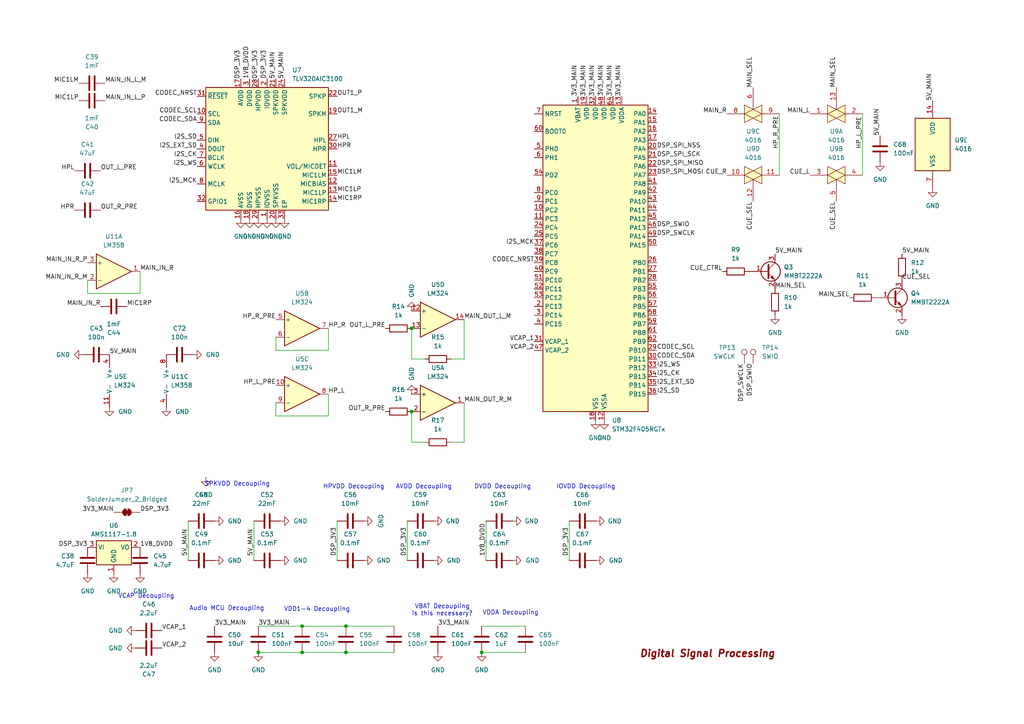
<source format=kicad_sch>
(kicad_sch (version 20231120) (generator "eeschema") (generator_version "8.0")
  (paper "A4")
  (lib_symbols
    (symbol "4xxx:4016" (pin_names (offset 1.016))
      (property "Reference" "U" (at -7.62 8.89 0))
      (property "Value" "4016" (at -7.62 -8.89 0))
      (symbol "4016_1_0"
        (pin passive line (at -7.62 0 0) (length 5.08) (name "~") (number "1"))
        (pin input line (at 0 7.62 270) (length 5.08) (name "~") (number "13"))
        (pin passive line (at 7.62 0 180) (length 5.08) (name "~") (number "2"))
      )
      (symbol "4016_2_0"
        (pin passive line (at 7.62 0 180) (length 5.08) (name "~") (number "3"))
        (pin passive line (at -7.62 0 0) (length 5.08) (name "~") (number "4"))
        (pin input line (at 0 7.62 270) (length 5.08) (name "~") (number "5"))
      )
      (symbol "4016_3_0"
        (pin input line (at 0 7.62 270) (length 5.08) (name "~") (number "6"))
        (pin passive line (at -7.62 0 0) (length 5.08) (name "~") (number "8"))
        (pin passive line (at 7.62 0 180) (length 5.08) (name "~") (number "9"))
      )
      (symbol "4016_4_0"
        (pin passive line (at 7.62 0 180) (length 5.08) (name "~") (number "10"))
        (pin passive line (at -7.62 0 0) (length 5.08) (name "~") (number "11"))
        (pin input line (at 0 7.62 270) (length 5.08) (name "~") (number "12"))
      )
      (symbol "4016_5_0"
        (pin power_in line (at 0 12.7 270) (length 5.08) (name "VDD") (number "14"))
        (pin power_in line (at 0 -12.7 90) (length 5.08) (name "VSS") (number "7"))
      )
    )
    (symbol "Amplifier_Operational:LM324" (pin_names (offset 0.127))
      (property "Reference" "U" (at 0 5.08 0))
      (property "Value" "LM324" (at 0 -5.08 0))
      (symbol "LM324_1_1"
        (pin output line (at 7.62 0 180) (length 2.54) (name "~") (number "1"))
        (pin input line (at -7.62 -2.54 0) (length 2.54) (name "-") (number "2"))
        (pin input line (at -7.62 2.54 0) (length 2.54) (name "+") (number "3"))
      )
      (symbol "LM324_2_1"
        (pin input line (at -7.62 2.54 0) (length 2.54) (name "+") (number "5"))
        (pin input line (at -7.62 -2.54 0) (length 2.54) (name "-") (number "6"))
        (pin output line (at 7.62 0 180) (length 2.54) (name "~") (number "7"))
      )
      (symbol "LM324_3_1"
        (pin input line (at -7.62 2.54 0) (length 2.54) (name "+") (number "10"))
        (pin output line (at 7.62 0 180) (length 2.54) (name "~") (number "8"))
        (pin input line (at -7.62 -2.54 0) (length 2.54) (name "-") (number "9"))
      )
      (symbol "LM324_4_1"
        (pin input line (at -7.62 2.54 0) (length 2.54) (name "+") (number "12"))
        (pin input line (at -7.62 -2.54 0) (length 2.54) (name "-") (number "13"))
        (pin output line (at 7.62 0 180) (length 2.54) (name "~") (number "14"))
      )
      (symbol "LM324_5_1"
        (pin power_in line (at -2.54 -7.62 90) (length 3.81) (name "V-") (number "11"))
        (pin power_in line (at -2.54 7.62 270) (length 3.81) (name "V+") (number "4"))
      )
    )
    (symbol "Amplifier_Operational:LM358" (pin_names (offset 0.127))
      (property "Reference" "U" (at 0 5.08 0))
      (property "Value" "LM358" (at 0 -5.08 0))
      (symbol "LM358_1_1"
        (pin output line (at 7.62 0 180) (length 2.54) (name "~") (number "1"))
        (pin input line (at -7.62 -2.54 0) (length 2.54) (name "-") (number "2"))
        (pin input line (at -7.62 2.54 0) (length 2.54) (name "+") (number "3"))
      )
      (symbol "LM358_2_1"
        (pin input line (at -7.62 2.54 0) (length 2.54) (name "+") (number "5"))
        (pin input line (at -7.62 -2.54 0) (length 2.54) (name "-") (number "6"))
        (pin output line (at 7.62 0 180) (length 2.54) (name "~") (number "7"))
      )
      (symbol "LM358_3_1"
        (pin power_in line (at -2.54 -7.62 90) (length 3.81) (name "V-") (number "4"))
        (pin power_in line (at -2.54 7.62 270) (length 3.81) (name "V+") (number "8"))
      )
    )
    (symbol "Audio:TLV320AIC3100"
      (property "Reference" "U" (at -15.24 20.32 0))
      (property "Value" "TLV320AIC3100" (at 0 0 0))
      (symbol "TLV320AIC3100_1_1"
        (pin power_in line (at 0 -20.32 90) (length 2.54) (name "IOVSS") (number "1"))
        (pin input line (at -20.32 10.16 0) (length 2.54) (name "SCL") (number "10"))
        (pin input line (at 20.32 -5.08 180) (length 2.54) (name "VOL/MICDET") (number "11"))
        (pin power_out line (at 20.32 -10.16 180) (length 2.54) (name "MICBIAS") (number "12"))
        (pin input line (at 20.32 -12.7 180) (length 2.54) (name "MIC1LP") (number "13"))
        (pin input line (at 20.32 -15.24 180) (length 2.54) (name "MIC1RP") (number "14"))
        (pin input line (at 20.32 -7.62 180) (length 2.54) (name "MIC1LM") (number "15"))
        (pin power_in line (at -7.62 -20.32 90) (length 2.54) (name "AVSS") (number "16"))
        (pin power_in line (at -7.62 20.32 270) (length 2.54) (name "AVDD") (number "17"))
        (pin power_in line (at -5.08 -20.32 90) (length 2.54) (name "DVSS") (number "18"))
        (pin output line (at 20.32 10.16 180) (length 2.54) (name "SPKM") (number "19"))
        (pin power_in line (at 0 20.32 270) (length 2.54) (name "IOVDD") (number "2"))
        (pin power_in line (at 2.54 -20.32 90) (length 2.54) (name "SPKVSS") (number "20"))
        (pin power_in line (at 2.54 20.32 270) (length 2.54) (name "SPKVDD") (number "21"))
        (pin output line (at 20.32 15.24 180) (length 2.54) (name "SPKP") (number "22"))
        (pin passive line (at 20.32 10.16 180) (length 2.54) hide (name "SPKM") (number "23"))
        (pin power_in line (at 5.08 20.32 270) (length 2.54) (name "SPKVDD") (number "24"))
        (pin passive line (at 2.54 -20.32 90) (length 2.54) hide (name "SPKVSS") (number "25"))
        (pin passive line (at 20.32 15.24 180) (length 2.54) hide (name "SPKP") (number "26"))
        (pin output line (at 20.32 2.54 180) (length 2.54) (name "HPL") (number "27"))
        (pin power_in line (at -2.54 20.32 270) (length 2.54) (name "HPVDD") (number "28"))
        (pin power_in line (at -2.54 -20.32 90) (length 2.54) (name "HPVSS") (number "29"))
        (pin power_in line (at -5.08 20.32 270) (length 2.54) (name "DVDD") (number "3"))
        (pin output line (at 20.32 0 180) (length 2.54) (name "HPR") (number "30"))
        (pin input line (at -20.32 15.24 0) (length 2.54) (name "~{RESET}") (number "31"))
        (pin bidirectional line (at -20.32 -15.24 0) (length 2.54) (name "GPIO1") (number "32"))
        (pin power_in line (at 5.08 -20.32 90) (length 2.54) (name "EP") (number "33"))
        (pin output line (at -20.32 0 0) (length 2.54) (name "DOUT") (number "4"))
        (pin input line (at -20.32 2.54 0) (length 2.54) (name "DIN") (number "5"))
        (pin bidirectional line (at -20.32 -5.08 0) (length 2.54) (name "WCLK") (number "6"))
        (pin bidirectional line (at -20.32 -2.54 0) (length 2.54) (name "BCLK") (number "7"))
        (pin input line (at -20.32 -10.16 0) (length 2.54) (name "MCLK") (number "8"))
        (pin bidirectional line (at -20.32 7.62 0) (length 2.54) (name "SDA") (number "9"))
      )
    )
    (symbol "Connector:TestPoint" (pin_numbers hide) (pin_names (offset 0.762) hide)
      (property "Reference" "TP" (at 0 6.858 0))
      (property "Value" "TestPoint" (at 0 5.08 0))
      (symbol "TestPoint_1_1"
        (pin passive line (at 0 0 90) (length 2.54) (name "1") (number "1"))
      )
    )
    (symbol "Device:C" (pin_numbers hide) (pin_names (offset 0.254))
      (property "Reference" "C" (at 0.635 2.54 0))
      (property "Value" "C" (at 0.635 -2.54 0))
      (symbol "C_1_1"
        (pin passive line (at 0 3.81 270) (length 2.794) (name "~") (number "1"))
        (pin passive line (at 0 -3.81 90) (length 2.794) (name "~") (number "2"))
      )
    )
    (symbol "Device:R" (pin_numbers hide) (pin_names (offset 0))
      (property "Reference" "R" (at 2.032 0 90))
      (property "Value" "R" (at 0 0 90))
      (symbol "R_1_1"
        (pin passive line (at 0 3.81 270) (length 1.27) (name "~") (number "1"))
        (pin passive line (at 0 -3.81 90) (length 1.27) (name "~") (number "2"))
      )
    )
    (symbol "Jumper:SolderJumper_2_Bridged" (pin_numbers hide) (pin_names (offset 0) hide) (exclude_from_sim yes) (in_bom no)
      (property "Reference" "JP" (at 0 2.032 0))
      (property "Value" "SolderJumper_2_Bridged" (at 0 -2.54 0))
      (symbol "SolderJumper_2_Bridged_1_1"
        (pin passive line (at -3.81 0 0) (length 2.54) (name "A") (number "1"))
        (pin passive line (at 3.81 0 180) (length 2.54) (name "B") (number "2"))
      )
    )
    (symbol "MCU_ST_STM32F4:STM32F405RGTx"
      (property "Reference" "U" (at -15.24 46.99 0))
      (property "Value" "STM32F405RGTx" (at 10.16 46.99 0))
      (symbol "STM32F405RGTx_1_1"
        (pin power_in line (at -5.08 48.26 270) (length 2.54) (name "VBAT") (number "1"))
        (pin bidirectional line (at -17.78 15.24 0) (length 2.54) (name "PC2") (number "10"))
        (pin bidirectional line (at -17.78 12.7 0) (length 2.54) (name "PC3") (number "11"))
        (pin power_in line (at 2.54 -45.72 90) (length 2.54) (name "VSSA") (number "12"))
        (pin power_in line (at 7.62 48.26 270) (length 2.54) (name "VDDA") (number "13"))
        (pin bidirectional line (at 17.78 43.18 180) (length 2.54) (name "PA0") (number "14"))
        (pin bidirectional line (at 17.78 40.64 180) (length 2.54) (name "PA1") (number "15"))
        (pin bidirectional line (at 17.78 38.1 180) (length 2.54) (name "PA2") (number "16"))
        (pin bidirectional line (at 17.78 35.56 180) (length 2.54) (name "PA3") (number "17"))
        (pin power_in line (at 0 -45.72 90) (length 2.54) (name "VSS") (number "18"))
        (pin power_in line (at -2.54 48.26 270) (length 2.54) (name "VDD") (number "19"))
        (pin bidirectional line (at -17.78 -12.7 0) (length 2.54) (name "PC13") (number "2"))
        (pin bidirectional line (at 17.78 33.02 180) (length 2.54) (name "PA4") (number "20"))
        (pin bidirectional line (at 17.78 30.48 180) (length 2.54) (name "PA5") (number "21"))
        (pin bidirectional line (at 17.78 27.94 180) (length 2.54) (name "PA6") (number "22"))
        (pin bidirectional line (at 17.78 25.4 180) (length 2.54) (name "PA7") (number "23"))
        (pin bidirectional line (at -17.78 10.16 0) (length 2.54) (name "PC4") (number "24"))
        (pin bidirectional line (at -17.78 7.62 0) (length 2.54) (name "PC5") (number "25"))
        (pin bidirectional line (at 17.78 0 180) (length 2.54) (name "PB0") (number "26"))
        (pin bidirectional line (at 17.78 -2.54 180) (length 2.54) (name "PB1") (number "27"))
        (pin bidirectional line (at 17.78 -5.08 180) (length 2.54) (name "PB2") (number "28"))
        (pin bidirectional line (at 17.78 -25.4 180) (length 2.54) (name "PB10") (number "29"))
        (pin bidirectional line (at -17.78 -15.24 0) (length 2.54) (name "PC14") (number "3"))
        (pin bidirectional line (at 17.78 -27.94 180) (length 2.54) (name "PB11") (number "30"))
        (pin power_out line (at -17.78 -22.86 0) (length 2.54) (name "VCAP_1") (number "31"))
        (pin power_in line (at 0 48.26 270) (length 2.54) (name "VDD") (number "32"))
        (pin bidirectional line (at 17.78 -30.48 180) (length 2.54) (name "PB12") (number "33"))
        (pin bidirectional line (at 17.78 -33.02 180) (length 2.54) (name "PB13") (number "34"))
        (pin bidirectional line (at 17.78 -35.56 180) (length 2.54) (name "PB14") (number "35"))
        (pin bidirectional line (at 17.78 -38.1 180) (length 2.54) (name "PB15") (number "36"))
        (pin bidirectional line (at -17.78 5.08 0) (length 2.54) (name "PC6") (number "37"))
        (pin bidirectional line (at -17.78 2.54 0) (length 2.54) (name "PC7") (number "38"))
        (pin bidirectional line (at -17.78 0 0) (length 2.54) (name "PC8") (number "39"))
        (pin bidirectional line (at -17.78 -17.78 0) (length 2.54) (name "PC15") (number "4"))
        (pin bidirectional line (at -17.78 -2.54 0) (length 2.54) (name "PC9") (number "40"))
        (pin bidirectional line (at 17.78 22.86 180) (length 2.54) (name "PA8") (number "41"))
        (pin bidirectional line (at 17.78 20.32 180) (length 2.54) (name "PA9") (number "42"))
        (pin bidirectional line (at 17.78 17.78 180) (length 2.54) (name "PA10") (number "43"))
        (pin bidirectional line (at 17.78 15.24 180) (length 2.54) (name "PA11") (number "44"))
        (pin bidirectional line (at 17.78 12.7 180) (length 2.54) (name "PA12") (number "45"))
        (pin bidirectional line (at 17.78 10.16 180) (length 2.54) (name "PA13") (number "46"))
        (pin power_out line (at -17.78 -25.4 0) (length 2.54) (name "VCAP_2") (number "47"))
        (pin power_in line (at 2.54 48.26 270) (length 2.54) (name "VDD") (number "48"))
        (pin bidirectional line (at 17.78 7.62 180) (length 2.54) (name "PA14") (number "49"))
        (pin bidirectional line (at -17.78 33.02 0) (length 2.54) (name "PH0") (number "5"))
        (pin bidirectional line (at 17.78 5.08 180) (length 2.54) (name "PA15") (number "50"))
        (pin bidirectional line (at -17.78 -5.08 0) (length 2.54) (name "PC10") (number "51"))
        (pin bidirectional line (at -17.78 -7.62 0) (length 2.54) (name "PC11") (number "52"))
        (pin bidirectional line (at -17.78 -10.16 0) (length 2.54) (name "PC12") (number "53"))
        (pin bidirectional line (at -17.78 25.4 0) (length 2.54) (name "PD2") (number "54"))
        (pin bidirectional line (at 17.78 -7.62 180) (length 2.54) (name "PB3") (number "55"))
        (pin bidirectional line (at 17.78 -10.16 180) (length 2.54) (name "PB4") (number "56"))
        (pin bidirectional line (at 17.78 -12.7 180) (length 2.54) (name "PB5") (number "57"))
        (pin bidirectional line (at 17.78 -15.24 180) (length 2.54) (name "PB6") (number "58"))
        (pin bidirectional line (at 17.78 -17.78 180) (length 2.54) (name "PB7") (number "59"))
        (pin bidirectional line (at -17.78 30.48 0) (length 2.54) (name "PH1") (number "6"))
        (pin input line (at -17.78 38.1 0) (length 2.54) (name "BOOT0") (number "60"))
        (pin bidirectional line (at 17.78 -20.32 180) (length 2.54) (name "PB8") (number "61"))
        (pin bidirectional line (at 17.78 -22.86 180) (length 2.54) (name "PB9") (number "62"))
        (pin passive line (at 0 -45.72 90) (length 2.54) hide (name "VSS") (number "63"))
        (pin power_in line (at 5.08 48.26 270) (length 2.54) (name "VDD") (number "64"))
        (pin input line (at -17.78 43.18 0) (length 2.54) (name "NRST") (number "7"))
        (pin bidirectional line (at -17.78 20.32 0) (length 2.54) (name "PC0") (number "8"))
        (pin bidirectional line (at -17.78 17.78 0) (length 2.54) (name "PC1") (number "9"))
      )
    )
    (symbol "Regulator_Linear:AMS1117-1.8"
      (property "Reference" "U" (at -3.81 3.175 0))
      (property "Value" "AMS1117-1.8" (at 0 3.175 0))
      (symbol "AMS1117-1.8_1_1"
        (pin power_in line (at 0 -7.62 90) (length 2.54) (name "GND") (number "1"))
        (pin power_out line (at 7.62 0 180) (length 2.54) (name "VO") (number "2"))
        (pin power_in line (at -7.62 0 0) (length 2.54) (name "VI") (number "3"))
      )
    )
    (symbol "Transistor_BJT:MMBT2222A" (pin_names (offset 0) hide)
      (property "Reference" "Q" (at 5.08 1.905 0))
      (property "Value" "MMBT2222A" (at 5.08 0 0))
      (symbol "MMBT2222A_1_1"
        (pin input line (at -5.08 0 0) (length 5.715) (name "B") (number "1"))
        (pin passive line (at 2.54 -5.08 90) (length 2.54) (name "E") (number "2"))
        (pin passive line (at 2.54 5.08 270) (length 2.54) (name "C") (number "3"))
      )
    )
    (symbol "power:GND" (power) (pin_numbers hide) (pin_names (offset 0) hide)
      (property "Value" "GND" (at 0 -3.81 0))
      (symbol "GND_1_1"
        (pin power_in line (at 0 0 270) (length 0) (name "~") (number "1"))
      )
    )
  )
  (junction (at 74.93 189.23))
  (junction (at 87.63 189.23))
  (junction (at 100.33 181.61))
  (junction (at 119.38 119.38))
  (junction (at 119.38 95.25))
  (junction (at 100.33 189.23))
  (junction (at 87.63 181.61))
  (junction (at 139.7 189.23))
  (wire (pts (xy 100.33 189.23) (xy 114.3 189.23)))
  (wire (pts (xy 80.01 120.65) (xy 80.01 116.84)))
  (wire (pts (xy 80.01 101.6) (xy 80.01 97.79)))
  (wire (pts (xy 25.4 85.09) (xy 40.64 85.09)))
  (wire (pts (xy 130.81 104.14) (xy 134.62 104.14)))
  (wire (pts (xy 80.01 101.6) (xy 95.25 101.6)))
  (wire (pts (xy 95.25 120.65) (xy 80.01 120.65)))
  (wire (pts (xy 118.11 151.13) (xy 118.11 162.56)))
  (wire (pts (xy 134.62 104.14) (xy 134.62 92.71)))
  (wire (pts (xy 226.06 33.02) (xy 226.06 50.8)))
  (wire (pts (xy 139.7 189.23) (xy 152.4 189.23)))
  (wire (pts (xy 54.61 151.13) (xy 54.61 162.56)))
  (wire (pts (xy 73.66 151.13) (xy 73.66 162.56)))
  (wire (pts (xy 74.93 181.61) (xy 87.63 181.61)))
  (wire (pts (xy 140.97 151.13) (xy 140.97 162.56)))
  (wire (pts (xy 25.4 81.28) (xy 25.4 85.09)))
  (wire (pts (xy 123.19 104.14) (xy 119.38 104.14)))
  (wire (pts (xy 134.62 116.84) (xy 134.62 128.27)))
  (wire (pts (xy 100.33 181.61) (xy 114.3 181.61)))
  (wire (pts (xy 95.25 120.65) (xy 95.25 114.3)))
  (wire (pts (xy 119.38 104.14) (xy 119.38 95.25)))
  (wire (pts (xy 74.93 189.23) (xy 87.63 189.23)))
  (wire (pts (xy 134.62 128.27) (xy 130.81 128.27)))
  (wire (pts (xy 97.79 151.13) (xy 97.79 162.56)))
  (wire (pts (xy 250.19 33.02) (xy 250.19 50.8)))
  (wire (pts (xy 139.7 181.61) (xy 152.4 181.61)))
  (wire (pts (xy 119.38 128.27) (xy 123.19 128.27)))
  (wire (pts (xy 87.63 189.23) (xy 100.33 189.23)))
  (wire (pts (xy 87.63 181.61) (xy 100.33 181.61)))
  (wire (pts (xy 119.38 119.38) (xy 119.38 128.27)))
  (wire (pts (xy 40.64 85.09) (xy 40.64 78.74)))
  (wire (pts (xy 165.1 151.13) (xy 165.1 162.56)))
  (wire (pts (xy 95.25 101.6) (xy 95.25 95.25)))
  (text "DVDD Decoupling" (at 145.796 141.224 0) (effects (font (size 1.27 1.27))))
  (text "IOVDD Decoupling" (at 169.926 141.224 0) (effects (font (size 1.27 1.27))))
  (text "VBAT Decoupling\nis this necessary?" (at 128.27 177.038 0) (effects (font (size 1.27 1.27))))
  (text "Digital Signal Processing" (at 185.42 189.738 0) (effects (font (size 2.032 2.032) (thickness 0.4064) (bold yes) (italic yes)) (justify left)))
  (text "VDD1-4 Decoupling" (at 91.948 176.784 0) (effects (font (size 1.27 1.27))))
  (text "HPVDD Decoupling" (at 102.616 141.224 0) (effects (font (size 1.27 1.27))))
  (text "AVDD Decoupling\n" (at 122.936 141.224 0) (effects (font (size 1.27 1.27))))
  (text "Audio MCU Decoupling" (at 65.786 176.53 0) (effects (font (size 1.27 1.27))))
  (text "VDDA Decoupling" (at 148.082 177.8 0) (effects (font (size 1.27 1.27))))
  (text "SPKVDD Decoupling\n" (at 68.834 140.462 0) (effects (font (size 1.27 1.27))))
  (text "VCAP Decoupling\n" (at 42.418 172.974 0) (effects (font (size 1.27 1.27))))
  (label "CODEC_SDA" (at 190.5 104.14 0))
  (label "OUT1_P" (at 97.79 27.94 0))
  (label "VCAP_2" (at 46.99 187.96 0))
  (label "I2S_EXT_SD" (at 57.15 43.18 180))
  (label "MAIN_SEL" (at 218.44 25.4 90))
  (label "OUT1_M" (at 97.79 33.02 0))
  (label "MIC1RP" (at 97.79 58.42 0))
  (label "MAIN_IN_L_P" (at 30.48 29.21 0))
  (label "DSP_SWIO" (at 190.5 66.04 0))
  (label "DSP_SWCLK" (at 215.9 105.41 270))
  (label "1V8_DVDD" (at 72.39 22.86 90))
  (label "VCAP_1" (at 154.94 99.06 180))
  (label "OUT_R_PRE" (at 111.76 119.38 180))
  (label "HPL" (at 21.59 49.53 180))
  (label "I2S_CK" (at 190.5 109.22 0))
  (label "MAIN_SEL" (at 246.38 86.36 180))
  (label "CODEC_SCL" (at 190.5 101.6 0))
  (label "DSP_SPI_MOSI" (at 190.5 50.8 0))
  (label "OUT_R_PRE" (at 29.21 60.96 0))
  (label "3V3_MAIN" (at 167.64 27.94 90))
  (label "HP_R_PRE" (at 80.01 92.71 180))
  (label "I2S_WS" (at 190.5 106.68 0))
  (label "5V_MAIN" (at 80.01 22.86 90))
  (label "MAIN_OUT_L_M" (at 134.62 92.71 0))
  (label "HP_R_PRE" (at 226.06 43.18 90))
  (label "CODEC_NRST" (at 154.94 76.2 180))
  (label "CUE_SEL" (at 261.62 81.28 0))
  (label "OUT_L_PRE" (at 29.21 49.53 0))
  (label "DSP_SPI_SCK" (at 190.5 45.72 0))
  (label "CUE_L" (at 234.95 50.8 180))
  (label "DSP_3V3" (at 77.47 22.86 90))
  (label "DSP_3V3" (at 74.93 22.86 90))
  (label "3V3_MAIN" (at 74.93 181.61 0))
  (label "HP_L_PRE" (at 80.01 111.76 180))
  (label "DSP_SWCLK" (at 190.5 68.58 0))
  (label "HP_L" (at 95.25 114.3 0))
  (label "DSP_3V3" (at 97.79 161.29 90))
  (label "3V3_MAIN" (at 172.72 27.94 90))
  (label "1V8_DVDD" (at 40.64 158.75 0))
  (label "5V_MAIN" (at 73.66 161.29 90))
  (label "I2S_EXT_SD" (at 190.5 111.76 0))
  (label "3V3_MAIN" (at 175.26 27.94 90))
  (label "HPR" (at 97.79 43.18 0))
  (label "MIC1RP" (at 36.83 88.9 0))
  (label "3V3_MAIN" (at 127 181.61 0))
  (label "5V_MAIN" (at 261.62 73.66 0))
  (label "OUT_L_PRE" (at 111.76 95.25 180))
  (label "CUE_SEL" (at 242.57 58.42 270))
  (label "VCAP_1" (at 46.99 182.88 0))
  (label "MAIN_L" (at 234.95 33.02 180))
  (label "CODEC_SCL" (at 57.15 33.02 180))
  (label "MAIN_IN_R_M" (at 25.4 81.28 180))
  (label "DSP_SPI_MISO" (at 190.5 48.26 0))
  (label "3V3_MAIN" (at 62.23 181.61 0))
  (label "3V3_MAIN" (at 177.8 27.94 90))
  (label "I2S_MCK" (at 154.94 71.12 180))
  (label "5V_MAIN" (at 224.79 73.66 0))
  (label "MAIN_OUT_R_M" (at 134.62 116.84 0))
  (label "I2S_SD" (at 190.5 114.3 0))
  (label "MIC1LP" (at 97.79 55.88 0))
  (label "CUE_R" (at 210.82 50.8 180))
  (label "I2S_CK" (at 57.15 45.72 180))
  (label "5V_MAIN" (at 270.51 29.21 90))
  (label "MAIN_R" (at 210.82 33.02 180))
  (label "CUE_SEL" (at 218.44 58.42 270))
  (label "VCAP_2" (at 154.94 101.6 180))
  (label "HPR" (at 21.59 60.96 180))
  (label "MAIN_IN_R" (at 40.64 78.74 0))
  (label "MAIN_SEL" (at 242.57 25.4 90))
  (label "DSP_SPI_NSS" (at 190.5 43.18 0))
  (label "DSP_3V3" (at 118.11 161.29 90))
  (label "HP_R" (at 95.25 95.25 0))
  (label "3V3_MAIN" (at 180.34 27.94 90))
  (label "MAIN_IN_R_P" (at 25.4 76.2 180))
  (label "5V_MAIN" (at 255.27 39.37 90))
  (label "5V_MAIN" (at 31.75 102.87 0))
  (label "DSP_SWIO" (at 218.44 105.41 270))
  (label "I2S_WS" (at 57.15 48.26 180))
  (label "CODEC_SDA" (at 57.15 35.56 180))
  (label "DSP_3V3" (at 165.1 161.29 90))
  (label "3V3_MAIN" (at 33.02 148.59 180))
  (label "5V_MAIN" (at 54.61 161.29 90))
  (label "1V8_DVDD" (at 140.97 161.29 90))
  (label "DSP_3V3" (at 25.4 158.75 180))
  (label "DSP_3V3" (at 69.85 22.86 90))
  (label "HPL" (at 97.79 40.64 0))
  (label "MAIN_SEL" (at 224.79 83.82 0))
  (label "MIC1LM" (at 22.86 24.13 180))
  (label "DSP_3V3" (at 40.64 148.59 0))
  (label "CUE_CTRL" (at 209.55 78.74 180))
  (label "3V3_MAIN" (at 170.18 27.94 90))
  (label "5V_MAIN" (at 82.55 22.86 90))
  (label "MAIN_IN_L_M" (at 30.48 24.13 0))
  (label "I2S_SD" (at 57.15 40.64 180))
  (label "MIC1LP" (at 22.86 29.21 180))
  (label "MAIN_IN_R" (at 29.21 88.9 180))
  (label "CODEC_NRST" (at 57.15 27.94 180))
  (label "HP_L_PRE" (at 250.19 43.18 90))
  (label "MIC1LM" (at 97.79 50.8 0))
  (label "I2S_MCK" (at 57.15 53.34 180))
  (symbol (lib_id "4xxx:4016") (at 242.57 50.8 180) (unit 2)
    (property "Reference" "U9" (at 242.57 43.18 0))
    (property "Value" "4016" (at 242.57 45.72 0))
    (property "Footprint" "Package_SO:SOIC-14_3.9x8.7mm_P1.27mm" (effects (hide yes)))
    (property "Datasheet" "http://www.ti.com/lit/ds/symlink/cd4016b.pdf" (effects (hide yes)))
    (property "Description" "Quad Analog Switches" (effects (hide yes)))
  )
  (symbol (lib_id "Device:C") (at 58.42 162.56 90) (unit 1)
    (property "Reference" "C49" (at 58.42 154.94 90))
    (property "Value" "0.1mF" (at 58.42 157.48 90))
    (property "Footprint" "Capacitor_SMD:C_0603_1608Metric" (effects (hide yes)))
    (property "Description" "Unpolarized capacitor" (effects (hide yes)))
  )
  (symbol (lib_id "Device:C") (at 58.42 151.13 90) (unit 1)
    (property "Reference" "C48" (at 58.42 143.51 90))
    (property "Value" "22mF" (at 58.42 146.05 90))
    (property "Footprint" "Capacitor_SMD:C_0603_1608Metric" (effects (hide yes)))
    (property "Description" "Unpolarized capacitor" (effects (hide yes)))
  )
  (symbol (lib_id "Amplifier_Operational:LM358") (at -11.43 116.84 0) (unit 2)
    (property "Reference" "U11" (at -11.43 106.68 0))
    (property "Value" "LM358" (at -11.43 109.22 0))
    (property "Footprint" "Package_CSP:LFCSP-8_2x2mm_P0.5mm" (effects (hide yes)))
    (property "Datasheet" "http://www.ti.com/lit/ds/symlink/lm2904-n.pdf" (effects (hide yes)))
    (property "Description" "Low-Power, Dual Operational Amplifiers, DIP-8/SOIC-8/TO-99-8" (effects (hide yes)))
  )
  (symbol (lib_id "Connector:TestPoint") (at 215.9 105.41 0) (mirror y) (unit 1)
    (property "Reference" "TP13" (at 213.36 100.8379 0) (effects (justify left)))
    (property "Value" "SWCLK" (at 213.36 103.3779 0) (effects (justify left)))
    (property "Footprint" "TestPoint:TestPoint_Pad_D3.0mm" (effects (hide yes)))
    (property "Description" "test point" (effects (hide yes)))
  )
  (symbol (lib_id "4xxx:4016") (at 270.51 41.91 0) (unit 5)
    (property "Reference" "U9" (at 276.86 40.6399 0) (effects (justify left)))
    (property "Value" "4016" (at 276.86 43.1799 0) (effects (justify left)))
    (property "Footprint" "Package_SO:SOIC-14_3.9x8.7mm_P1.27mm" (effects (hide yes)))
    (property "Datasheet" "http://www.ti.com/lit/ds/symlink/cd4016b.pdf" (effects (hide yes)))
    (property "Description" "Quad Analog Switches" (effects (hide yes)))
  )
  (symbol (lib_id "power:GND") (at 105.41 162.56 90) (unit 1)
    (property "Reference" "#PWR074" (effects (hide yes)))
    (property "Value" "GND" (at 109.22 162.5599 90) (effects (justify right)))
    (property "Description" "Power symbol creates a global label with name \"GND\" , ground" (effects (hide yes)))
  )
  (symbol (lib_id "Device:C") (at 114.3 185.42 180) (unit 1)
    (property "Reference" "C58" (at 118.11 184.1499 0) (effects (justify right)))
    (property "Value" "100nF" (at 118.11 186.6899 0) (effects (justify right)))
    (property "Footprint" "Capacitor_SMD:C_0603_1608Metric" (effects (hide yes)))
    (property "Description" "Unpolarized capacitor" (effects (hide yes)))
  )
  (symbol (lib_id "power:GND") (at 261.62 91.44 0) (unit 1)
    (property "Reference" "#PWR093" (effects (hide yes)))
    (property "Value" "GND" (at 261.62 96.52 0))
    (property "Description" "Power symbol creates a global label with name \"GND\" , ground" (effects (hide yes)))
  )
  (symbol (lib_id "Amplifier_Operational:LM324") (at 87.63 114.3 0) (unit 3)
    (property "Reference" "U5" (at 87.63 104.14 0))
    (property "Value" "LM324" (at 87.63 106.68 0))
    (property "Footprint" "Package_SO:SOIC-14_3.9x8.7mm_P1.27mm" (effects (hide yes)))
    (property "Datasheet" "http://www.ti.com/lit/ds/symlink/lm2902-n.pdf" (effects (hide yes)))
    (property "Description" "Low-Power, Quad-Operational Amplifiers, DIP-14/SOIC-14/SSOP-14" (effects (hide yes)))
  )
  (symbol (lib_id "Amplifier_Operational:LM324") (at 127 116.84 0) (unit 1)
    (property "Reference" "U5" (at 127 106.68 0))
    (property "Value" "LM324" (at 127 109.22 0))
    (property "Footprint" "Package_SO:SOIC-14_3.9x8.7mm_P1.27mm" (effects (hide yes)))
    (property "Datasheet" "http://www.ti.com/lit/ds/symlink/lm2902-n.pdf" (effects (hide yes)))
    (property "Description" "Low-Power, Quad-Operational Amplifiers, DIP-14/SOIC-14/SSOP-14" (effects (hide yes)))
  )
  (symbol (lib_id "power:GND") (at 55.88 102.87 90) (unit 1)
    (property "Reference" "#PWR0102" (effects (hide yes)))
    (property "Value" "GND" (at 59.69 102.8701 90) (effects (justify right)))
    (property "Description" "Power symbol creates a global label with name \"GND\" , ground" (effects (hide yes)))
  )
  (symbol (lib_id "Device:C") (at 121.92 151.13 90) (unit 1)
    (property "Reference" "C59" (at 121.92 143.51 90))
    (property "Value" "10mF" (at 121.92 146.05 90))
    (property "Footprint" "Capacitor_SMD:C_0603_1608Metric" (effects (hide yes)))
    (property "Description" "Unpolarized capacitor" (effects (hide yes)))
  )
  (symbol (lib_id "Regulator_Linear:AMS1117-1.8") (at 33.02 158.75 0) (unit 1)
    (property "Reference" "U6" (at 33.02 152.4 0))
    (property "Value" "AMS1117-1.8" (at 33.02 154.94 0))
    (property "Footprint" "Package_TO_SOT_SMD:SOT-223-3_TabPin2" (effects (hide yes)))
    (property "Datasheet" "http://www.advanced-monolithic.com/pdf/ds1117.pdf" (effects (hide yes)))
    (property "Description" "1A Low Dropout regulator, positive, 1.8V fixed output, SOT-223" (effects (hide yes)))
  )
  (symbol (lib_id "power:GND") (at 48.26 118.11 0) (unit 1)
    (property "Reference" "#PWR0101" (effects (hide yes)))
    (property "Value" "GND" (at 50.8 119.3799 0) (effects (justify left)))
    (property "Description" "Power symbol creates a global label with name \"GND\" , ground" (effects (hide yes)))
  )
  (symbol (lib_id "Device:R") (at 127 128.27 90) (unit 1)
    (property "Reference" "R17" (at 127 121.92 90))
    (property "Value" "1k" (at 127 124.46 90))
    (property "Footprint" "Resistor_SMD:R_0603_1608Metric" (effects (hide yes)))
    (property "Description" "Resistor" (effects (hide yes)))
  )
  (symbol (lib_id "Device:C") (at 74.93 185.42 180) (unit 1)
    (property "Reference" "C51" (at 78.74 184.1499 0) (effects (justify right)))
    (property "Value" "100nF" (at 78.74 186.6899 0) (effects (justify right)))
    (property "Footprint" "Capacitor_SMD:C_0603_1608Metric" (effects (hide yes)))
    (property "Description" "Unpolarized capacitor" (effects (hide yes)))
  )
  (symbol (lib_id "power:GND") (at 148.59 151.13 90) (mirror x) (unit 1)
    (property "Reference" "#PWR085" (effects (hide yes)))
    (property "Value" "GND" (at 154.178 151.13 90))
    (property "Description" "Power symbol creates a global label with name \"GND\" , ground" (effects (hide yes)))
  )
  (symbol (lib_id "Device:C") (at 139.7 185.42 180) (unit 1)
    (property "Reference" "C62" (at 143.51 184.1499 0) (effects (justify right)))
    (property "Value" "1uF" (at 143.51 186.6899 0) (effects (justify right)))
    (property "Footprint" "Capacitor_SMD:C_0603_1608Metric" (effects (hide yes)))
    (property "Description" "Unpolarized capacitor" (effects (hide yes)))
  )
  (symbol (lib_id "Device:C") (at 25.4 60.96 90) (unit 1)
    (property "Reference" "C42" (at 25.4 53.34 90))
    (property "Value" "47uF" (at 25.4 55.88 90))
    (property "Footprint" "Capacitor_SMD:C_0603_1608Metric" (effects (hide yes)))
    (property "Description" "Unpolarized capacitor" (effects (hide yes)))
  )
  (symbol (lib_id "MCU_ST_STM32F4:STM32F405RGTx") (at 172.72 76.2 0) (unit 1)
    (property "Reference" "U8" (at 177.4541 121.92 0) (effects (justify left)))
    (property "Value" "STM32F405RGTx" (at 177.4541 124.46 0) (effects (justify left)))
    (property "Footprint" "Package_QFP:LQFP-64_10x10mm_P0.5mm" (effects (hide yes)))
    (property "Datasheet" "https://www.st.com/resource/en/datasheet/stm32f405rg.pdf" (effects (hide yes)))
    (property "Description" "STMicroelectronics Arm Cortex-M4 MCU, 1024KB flash, 192KB RAM, 168 MHz, 1.8-3.6V, 51 GPIO, LQFP64" (effects (hide yes)))
  )
  (symbol (lib_id "power:GND") (at 270.51 54.61 0) (unit 1)
    (property "Reference" "#PWR094" (effects (hide yes)))
    (property "Value" "GND" (at 270.51 59.69 0))
    (property "Description" "Power symbol creates a global label with name \"GND\" , ground" (effects (hide yes)))
  )
  (symbol (lib_id "power:GND") (at 127 189.23 0) (unit 1)
    (property "Reference" "#PWR083" (effects (hide yes)))
    (property "Value" "GND" (at 127 194.31 0))
    (property "Description" "Power symbol creates a global label with name \"GND\" , ground" (effects (hide yes)))
  )
  (symbol (lib_id "Device:C") (at 255.27 43.18 0) (unit 1)
    (property "Reference" "C68" (at 259.08 41.9099 0) (effects (justify left)))
    (property "Value" "100nF" (at 259.08 44.4499 0) (effects (justify left)))
    (property "Footprint" "Capacitor_SMD:C_0603_1608Metric" (effects (hide yes)))
    (property "Description" "Unpolarized capacitor" (effects (hide yes)))
  )
  (symbol (lib_id "Device:C") (at 26.67 24.13 90) (unit 1)
    (property "Reference" "C39" (at 26.67 16.51 90))
    (property "Value" "1mF" (at 26.67 19.05 90))
    (property "Footprint" "Capacitor_SMD:C_0603_1608Metric" (effects (hide yes)))
    (property "Description" "Unpolarized capacitor" (effects (hide yes)))
  )
  (symbol (lib_id "Device:C") (at 43.18 182.88 90) (unit 1)
    (property "Reference" "C46" (at 43.18 175.26 90))
    (property "Value" "2.2uF" (at 43.18 177.8 90))
    (property "Footprint" "Capacitor_SMD:C_0603_1608Metric" (effects (hide yes)))
    (property "Description" "Unpolarized capacitor" (effects (hide yes)))
  )
  (symbol (lib_id "Device:C") (at 101.6 162.56 90) (unit 1)
    (property "Reference" "C57" (at 101.6 154.94 90))
    (property "Value" "0.1mF" (at 101.6 157.48 90))
    (property "Footprint" "Capacitor_SMD:C_0603_1608Metric" (effects (hide yes)))
    (property "Description" "Unpolarized capacitor" (effects (hide yes)))
  )
  (symbol (lib_id "Device:C") (at 25.4 49.53 90) (unit 1)
    (property "Reference" "C41" (at 25.4 41.91 90))
    (property "Value" "47uF" (at 25.4 44.45 90))
    (property "Footprint" "Capacitor_SMD:C_0603_1608Metric" (effects (hide yes)))
    (property "Description" "Unpolarized capacitor" (effects (hide yes)))
  )
  (symbol (lib_id "power:GND") (at 81.28 151.13 90) (unit 1)
    (property "Reference" "#PWR071" (effects (hide yes)))
    (property "Value" "GND" (at 85.09 151.1299 90) (effects (justify right)))
    (property "Description" "Power symbol creates a global label with name \"GND\" , ground" (effects (hide yes)))
  )
  (symbol (lib_id "4xxx:4016") (at 242.57 33.02 0) (unit 1)
    (property "Reference" "U9" (at 242.57 38.1 0))
    (property "Value" "4016" (at 242.57 40.64 0))
    (property "Footprint" "Package_SO:SOIC-14_3.9x8.7mm_P1.27mm" (effects (hide yes)))
    (property "Datasheet" "http://www.ti.com/lit/ds/symlink/cd4016b.pdf" (effects (hide yes)))
    (property "Description" "Quad Analog Switches" (effects (hide yes)))
  )
  (symbol (lib_id "power:GND") (at 39.37 187.96 270) (unit 1)
    (property "Reference" "#PWR064" (effects (hide yes)))
    (property "Value" "GND" (at 35.56 187.9599 90) (effects (justify right)))
    (property "Description" "Power symbol creates a global label with name \"GND\" , ground" (effects (hide yes)))
  )
  (symbol (lib_id "power:GND") (at 62.23 151.13 90) (unit 1)
    (property "Reference" "#PWR067" (effects (hide yes)))
    (property "Value" "GND" (at 66.04 151.1299 90) (effects (justify right)))
    (property "Description" "Power symbol creates a global label with name \"GND\" , ground" (effects (hide yes)))
  )
  (symbol (lib_id "power:GND") (at 25.4 166.37 0) (unit 1)
    (property "Reference" "#PWR060" (effects (hide yes)))
    (property "Value" "GND" (at 25.4 171.45 0))
    (property "Description" "Power symbol creates a global label with name \"GND\" , ground" (effects (hide yes)))
  )
  (symbol (lib_id "power:GND") (at 105.41 151.13 90) (mirror x) (unit 1)
    (property "Reference" "#PWR073" (effects (hide yes)))
    (property "Value" "GND" (at 110.49 151.13 0))
    (property "Description" "Power symbol creates a global label with name \"GND\" , ground" (effects (hide yes)))
  )
  (symbol (lib_id "Audio:TLV320AIC3100") (at 77.47 43.18 0) (unit 1)
    (property "Reference" "U7" (at 84.7441 20.32 0) (effects (justify left)))
    (property "Value" "TLV320AIC3100" (at 84.7441 22.86 0) (effects (justify left)))
    (property "Footprint" "Package_DFN_QFN:VQFN-32-1EP_5x5mm_P0.5mm_EP3.5x3.5mm" (effects (hide yes)))
    (property "Datasheet" "http://www.ti.com/lit/ds/symlink/tlv320aic3100.pdf" (effects (hide yes)))
    (property "Description" "Low Power Audio Codec with Audio Processing and Mono Class‑D Amplifier, VQFN-32" (effects (hide yes)))
  )
  (symbol (lib_id "Device:R") (at 115.57 119.38 90) (unit 1)
    (property "Reference" "R16" (at 115.57 113.03 90))
    (property "Value" "1k" (at 115.57 115.57 90))
    (property "Footprint" "Resistor_SMD:R_0603_1608Metric" (effects (hide yes)))
    (property "Description" "Resistor" (effects (hide yes)))
  )
  (symbol (lib_id "Device:C") (at 101.6 151.13 90) (unit 1)
    (property "Reference" "C56" (at 101.6 143.51 90))
    (property "Value" "10mF" (at 101.6 146.05 90))
    (property "Footprint" "Capacitor_SMD:C_0603_1608Metric" (effects (hide yes)))
    (property "Description" "Unpolarized capacitor" (effects (hide yes)))
  )
  (symbol (lib_id "Device:R") (at 224.79 87.63 180) (unit 1)
    (property "Reference" "R10" (at 227.33 86.3599 0) (effects (justify right)))
    (property "Value" "1k" (at 227.33 88.8999 0) (effects (justify right)))
    (property "Footprint" "Resistor_SMD:R_0603_1608Metric" (effects (hide yes)))
    (property "Description" "Resistor" (effects (hide yes)))
  )
  (symbol (lib_id "power:GND") (at 72.39 63.5 0) (unit 1)
    (property "Reference" "#PWR076" (effects (hide yes)))
    (property "Value" "GND" (at 72.39 68.58 0))
    (property "Description" "Power symbol creates a global label with name \"GND\" , ground" (effects (hide yes)))
  )
  (symbol (lib_id "Device:C") (at 152.4 185.42 180) (unit 1)
    (property "Reference" "C65" (at 156.21 184.1499 0) (effects (justify right)))
    (property "Value" "100nF" (at 156.21 186.6899 0) (effects (justify right)))
    (property "Footprint" "Capacitor_SMD:C_0603_1608Metric" (effects (hide yes)))
    (property "Description" "Unpolarized capacitor" (effects (hide yes)))
  )
  (symbol (lib_id "Amplifier_Operational:LM324") (at 87.63 95.25 0) (unit 2)
    (property "Reference" "U5" (at 87.63 85.09 0))
    (property "Value" "LM324" (at 87.63 87.63 0))
    (property "Footprint" "Package_SO:SOIC-14_3.9x8.7mm_P1.27mm" (effects (hide yes)))
    (property "Datasheet" "http://www.ti.com/lit/ds/symlink/lm2902-n.pdf" (effects (hide yes)))
    (property "Description" "Low-Power, Quad-Operational Amplifiers, DIP-14/SOIC-14/SSOP-14" (effects (hide yes)))
  )
  (symbol (lib_id "power:GND") (at 81.28 162.56 90) (unit 1)
    (property "Reference" "#PWR072" (effects (hide yes)))
    (property "Value" "GND" (at 85.09 162.5599 90) (effects (justify right)))
    (property "Description" "Power symbol creates a global label with name \"GND\" , ground" (effects (hide yes)))
  )
  (symbol (lib_id "Device:C") (at 144.78 151.13 90) (unit 1)
    (property "Reference" "C63" (at 144.78 143.51 90))
    (property "Value" "10mF" (at 144.78 146.05 90))
    (property "Footprint" "Capacitor_SMD:C_0603_1608Metric" (effects (hide yes)))
    (property "Description" "Unpolarized capacitor" (effects (hide yes)))
  )
  (symbol (lib_id "Device:C") (at 77.47 151.13 90) (unit 1)
    (property "Reference" "C52" (at 77.47 143.51 90))
    (property "Value" "22mF" (at 77.47 146.05 90))
    (property "Footprint" "Capacitor_SMD:C_0603_1608Metric" (effects (hide yes)))
    (property "Description" "Unpolarized capacitor" (effects (hide yes)))
  )
  (symbol (lib_id "Device:C") (at 100.33 185.42 180) (unit 1)
    (property "Reference" "C55" (at 104.14 184.1499 0) (effects (justify right)))
    (property "Value" "100nF" (at 104.14 186.6899 0) (effects (justify right)))
    (property "Footprint" "Capacitor_SMD:C_0603_1608Metric" (effects (hide yes)))
    (property "Description" "Unpolarized capacitor" (effects (hide yes)))
  )
  (symbol (lib_id "Device:R") (at 213.36 78.74 90) (unit 1)
    (property "Reference" "R9" (at 213.36 72.39 90))
    (property "Value" "1k" (at 213.36 74.93 90))
    (property "Footprint" "Resistor_SMD:R_0603_1608Metric" (effects (hide yes)))
    (property "Description" "Resistor" (effects (hide yes)))
  )
  (symbol (lib_id "Device:C") (at 26.67 29.21 90) (mirror x) (unit 1)
    (property "Reference" "C40" (at 26.67 36.83 90))
    (property "Value" "1mF" (at 26.67 34.29 90))
    (property "Footprint" "Capacitor_SMD:C_0603_1608Metric" (effects (hide yes)))
    (property "Description" "Unpolarized capacitor" (effects (hide yes)))
  )
  (symbol (lib_id "Device:C") (at 62.23 185.42 180) (unit 1)
    (property "Reference" "C50" (at 66.04 184.1499 0) (effects (justify right)))
    (property "Value" "10uF" (at 66.04 186.6899 0) (effects (justify right)))
    (property "Footprint" "Capacitor_SMD:C_0603_1608Metric" (effects (hide yes)))
    (property "Description" "Unpolarized capacitor" (effects (hide yes)))
  )
  (symbol (lib_id "4xxx:4016") (at 218.44 33.02 0) (unit 3)
    (property "Reference" "U9" (at 218.44 38.1 0))
    (property "Value" "4016" (at 218.44 40.64 0))
    (property "Footprint" "Package_SO:SOIC-14_3.9x8.7mm_P1.27mm" (effects (hide yes)))
    (property "Datasheet" "http://www.ti.com/lit/ds/symlink/cd4016b.pdf" (effects (hide yes)))
    (property "Description" "Quad Analog Switches" (effects (hide yes)))
  )
  (symbol (lib_id "Device:C") (at 168.91 151.13 90) (unit 1)
    (property "Reference" "C66" (at 168.91 143.51 90))
    (property "Value" "10mF" (at 168.91 146.05 90))
    (property "Footprint" "Capacitor_SMD:C_0603_1608Metric" (effects (hide yes)))
    (property "Description" "Unpolarized capacitor" (effects (hide yes)))
  )
  (symbol (lib_id "power:GND") (at 40.64 166.37 0) (unit 1)
    (property "Reference" "#PWR065" (effects (hide yes)))
    (property "Value" "GND" (at 40.64 171.45 0))
    (property "Description" "Power symbol creates a global label with name \"GND\" , ground" (effects (hide yes)))
  )
  (symbol (lib_id "Device:C") (at 77.47 162.56 90) (unit 1)
    (property "Reference" "C53" (at 77.47 154.94 90))
    (property "Value" "0.1mF" (at 77.47 157.48 90))
    (property "Footprint" "Capacitor_SMD:C_0603_1608Metric" (effects (hide yes)))
    (property "Description" "Unpolarized capacitor" (effects (hide yes)))
  )
  (symbol (lib_id "Device:R") (at 115.57 95.25 90) (unit 1)
    (property "Reference" "R14" (at 115.57 88.9 90))
    (property "Value" "1k" (at 115.57 91.44 90))
    (property "Footprint" "Resistor_SMD:R_0603_1608Metric" (effects (hide yes)))
    (property "Description" "Resistor" (effects (hide yes)))
  )
  (symbol (lib_id "Transistor_BJT:MMBT2222A") (at 222.25 78.74 0) (unit 1)
    (property "Reference" "Q3" (at 227.33 77.4699 0) (effects (justify left)))
    (property "Value" "MMBT2222A" (at 227.33 80.0099 0) (effects (justify left)))
    (property "Footprint" "Package_TO_SOT_SMD:SOT-23" (effects (hide yes)))
    (property "Datasheet" "https://assets.nexperia.com/documents/data-sheet/MMBT2222A.pdf" (effects (hide yes)))
    (property "Description" "600mA Ic, 40V Vce, NPN Transistor, SOT-23" (effects (hide yes)))
  )
  (symbol (lib_id "Device:C") (at 168.91 162.56 90) (unit 1)
    (property "Reference" "C67" (at 168.91 154.94 90))
    (property "Value" "0.1mF" (at 168.91 157.48 90))
    (property "Footprint" "Capacitor_SMD:C_0603_1608Metric" (effects (hide yes)))
    (property "Description" "Unpolarized capacitor" (effects (hide yes)))
  )
  (symbol (lib_id "power:GND") (at 172.72 151.13 90) (mirror x) (unit 1)
    (property "Reference" "#PWR088" (effects (hide yes)))
    (property "Value" "GND" (at 178.308 151.13 90))
    (property "Description" "Power symbol creates a global label with name \"GND\" , ground" (effects (hide yes)))
  )
  (symbol (lib_id "power:GND") (at 175.26 121.92 0) (unit 1)
    (property "Reference" "#PWR090" (effects (hide yes)))
    (property "Value" "GND" (at 175.26 127 0))
    (property "Description" "Power symbol creates a global label with name \"GND\" , ground" (effects (hide yes)))
  )
  (symbol (lib_id "Transistor_BJT:MMBT2222A") (at 259.08 86.36 0) (unit 1)
    (property "Reference" "Q4" (at 264.16 85.0899 0) (effects (justify left)))
    (property "Value" "MMBT2222A" (at 264.16 87.6299 0) (effects (justify left)))
    (property "Footprint" "Package_TO_SOT_SMD:SOT-23" (effects (hide yes)))
    (property "Datasheet" "https://assets.nexperia.com/documents/data-sheet/MMBT2222A.pdf" (effects (hide yes)))
    (property "Description" "600mA Ic, 40V Vce, NPN Transistor, SOT-23" (effects (hide yes)))
  )
  (symbol (lib_id "Device:C") (at 52.07 102.87 90) (unit 1)
    (property "Reference" "C72" (at 52.07 95.25 90))
    (property "Value" "100n" (at 52.07 97.79 90))
    (property "Footprint" "Capacitor_SMD:C_0603_1608Metric" (effects (hide yes)))
    (property "Description" "Unpolarized capacitor" (effects (hide yes)))
  )
  (symbol (lib_id "Device:C") (at 40.64 162.56 180) (unit 1)
    (property "Reference" "C45" (at 44.45 161.2899 0) (effects (justify right)))
    (property "Value" "4.7uF" (at 44.45 163.8299 0) (effects (justify right)))
    (property "Footprint" "Capacitor_SMD:C_0603_1608Metric" (effects (hide yes)))
    (property "Description" "Unpolarized capacitor" (effects (hide yes)))
  )
  (symbol (lib_id "power:GND") (at 62.23 162.56 90) (unit 1)
    (property "Reference" "#PWR068" (effects (hide yes)))
    (property "Value" "GND" (at 66.04 162.5599 90) (effects (justify right)))
    (property "Description" "Power symbol creates a global label with name \"GND\" , ground" (effects (hide yes)))
  )
  (symbol (lib_id "Amplifier_Operational:LM324") (at 127 92.71 0) (unit 4)
    (property "Reference" "U5" (at 127 82.55 0))
    (property "Value" "LM324" (at 127 85.09 0))
    (property "Footprint" "Package_SO:SOIC-14_3.9x8.7mm_P1.27mm" (effects (hide yes)))
    (property "Datasheet" "http://www.ti.com/lit/ds/symlink/lm2902-n.pdf" (effects (hide yes)))
    (property "Description" "Low-Power, Quad-Operational Amplifiers, DIP-14/SOIC-14/SSOP-14" (effects (hide yes)))
  )
  (symbol (lib_id "power:GND") (at 77.47 63.5 0) (unit 1)
    (property "Reference" "#PWR078" (effects (hide yes)))
    (property "Value" "GND" (at 77.47 68.58 0))
    (property "Description" "Power symbol creates a global label with name \"GND\" , ground" (effects (hide yes)))
  )
  (symbol (lib_id "4xxx:4016") (at 218.44 50.8 180) (unit 4)
    (property "Reference" "U9" (at 218.44 43.18 0))
    (property "Value" "4016" (at 218.44 45.72 0))
    (property "Footprint" "Package_SO:SOIC-14_3.9x8.7mm_P1.27mm" (effects (hide yes)))
    (property "Datasheet" "http://www.ti.com/lit/ds/symlink/cd4016b.pdf" (effects (hide yes)))
    (property "Description" "Quad Analog Switches" (effects (hide yes)))
  )
  (symbol (lib_id "Device:C") (at 43.18 187.96 270) (unit 1)
    (property "Reference" "C47" (at 43.18 195.58 90))
    (property "Value" "2.2uF" (at 43.18 193.04 90))
    (property "Footprint" "Capacitor_SMD:C_0603_1608Metric" (effects (hide yes)))
    (property "Description" "Unpolarized capacitor" (effects (hide yes)))
  )
  (symbol (lib_id "Amplifier_Operational:LM324") (at 34.29 110.49 0) (unit 5)
    (property "Reference" "U5" (at 33.02 109.2199 0) (effects (justify left)))
    (property "Value" "LM324" (at 33.02 111.7599 0) (effects (justify left)))
    (property "Footprint" "Package_SO:SOIC-14_3.9x8.7mm_P1.27mm" (effects (hide yes)))
    (property "Datasheet" "http://www.ti.com/lit/ds/symlink/lm2902-n.pdf" (effects (hide yes)))
    (property "Description" "Low-Power, Quad-Operational Amplifiers, DIP-14/SOIC-14/SSOP-14" (effects (hide yes)))
  )
  (symbol (lib_id "power:GND") (at 74.93 63.5 0) (unit 1)
    (property "Reference" "#PWR077" (effects (hide yes)))
    (property "Value" "GND" (at 74.93 68.58 0))
    (property "Description" "Power symbol creates a global label with name \"GND\" , ground" (effects (hide yes)))
  )
  (symbol (lib_id "Connector:TestPoint") (at 218.44 105.41 0) (unit 1)
    (property "Reference" "TP14" (at 220.98 100.8379 0) (effects (justify left)))
    (property "Value" "SWIO" (at 220.98 103.3779 0) (effects (justify left)))
    (property "Footprint" "TestPoint:TestPoint_Pad_D3.0mm" (effects (hide yes)))
    (property "Description" "test point" (effects (hide yes)))
  )
  (symbol (lib_id "Amplifier_Operational:LM358") (at 33.02 78.74 0) (unit 1)
    (property "Reference" "U11" (at 33.02 68.58 0))
    (property "Value" "LM358" (at 33.02 71.12 0))
    (property "Footprint" "Package_CSP:LFCSP-8_2x2mm_P0.5mm" (effects (hide yes)))
    (property "Datasheet" "http://www.ti.com/lit/ds/symlink/lm2904-n.pdf" (effects (hide yes)))
    (property "Description" "Low-Power, Dual Operational Amplifiers, DIP-8/SOIC-8/TO-99-8" (effects (hide yes)))
  )
  (symbol (lib_id "power:GND") (at 139.7 189.23 0) (unit 1)
    (property "Reference" "#PWR084" (effects (hide yes)))
    (property "Value" "GND" (at 139.7 194.31 0))
    (property "Description" "Power symbol creates a global label with name \"GND\" , ground" (effects (hide yes)))
  )
  (symbol (lib_id "power:GND") (at 59.69 138.43 0) (unit 1)
    (property "Reference" "#PWR066" (effects (hide yes)))
    (property "Value" "GND" (at 59.69 143.51 0))
    (property "Description" "Power symbol creates a global label with name \"GND\" , ground" (effects (hide yes)))
  )
  (symbol (lib_id "power:GND") (at 74.93 189.23 0) (unit 1)
    (property "Reference" "#PWR070" (effects (hide yes)))
    (property "Value" "GND" (at 74.93 194.31 0))
    (property "Description" "Power symbol creates a global label with name \"GND\" , ground" (effects (hide yes)))
  )
  (symbol (lib_id "power:GND") (at 172.72 121.92 0) (unit 1)
    (property "Reference" "#PWR087" (effects (hide yes)))
    (property "Value" "GND" (at 172.72 127 0))
    (property "Description" "Power symbol creates a global label with name \"GND\" , ground" (effects (hide yes)))
  )
  (symbol (lib_id "Device:C") (at 144.78 162.56 90) (unit 1)
    (property "Reference" "C64" (at 144.78 154.94 90))
    (property "Value" "0.1mF" (at 144.78 157.48 90))
    (property "Footprint" "Capacitor_SMD:C_0603_1608Metric" (effects (hide yes)))
    (property "Description" "Unpolarized capacitor" (effects (hide yes)))
  )
  (symbol (lib_id "power:GND") (at 119.38 114.3 180) (unit 1)
    (property "Reference" "#PWR0103" (effects (hide yes)))
    (property "Value" "GND" (at 119.3801 110.49 90) (effects (justify right)))
    (property "Description" "Power symbol creates a global label with name \"GND\" , ground" (effects (hide yes)))
  )
  (symbol (lib_id "Device:C") (at 33.02 88.9 270) (unit 1)
    (property "Reference" "C44" (at 33.02 96.52 90))
    (property "Value" "1mF" (at 33.02 93.98 90))
    (property "Footprint" "Capacitor_SMD:C_0603_1608Metric" (effects (hide yes)))
    (property "Description" "Unpolarized capacitor" (effects (hide yes)))
  )
  (symbol (lib_id "Jumper:SolderJumper_2_Bridged") (at 36.83 148.59 0) (unit 1) (exclude_from_sim yes) (in_bom no)
    (property "Reference" "JP7" (at 36.83 142.24 0))
    (property "Value" "SolderJumper_2_Bridged" (at 36.83 144.78 0))
    (property "Footprint" "Jumper:SolderJumper-2_P1.3mm_Bridged2Bar_Pad1.0x1.5mm" (effects (hide yes)))
    (property "Description" "Solder Jumper, 2-pole, closed/bridged" (effects (hide yes)))
  )
  (symbol (lib_id "power:GND") (at 119.38 90.17 180) (unit 1)
    (property "Reference" "#PWR0104" (effects (hide yes)))
    (property "Value" "GND" (at 119.3801 86.36 90) (effects (justify right)))
    (property "Description" "Power symbol creates a global label with name \"GND\" , ground" (effects (hide yes)))
  )
  (symbol (lib_id "power:GND") (at 31.75 118.11 0) (unit 1)
    (property "Reference" "#PWR061" (effects (hide yes)))
    (property "Value" "GND" (at 34.29 119.3799 0) (effects (justify left)))
    (property "Description" "Power symbol creates a global label with name \"GND\" , ground" (effects (hide yes)))
  )
  (symbol (lib_id "power:GND") (at 82.55 63.5 0) (unit 1)
    (property "Reference" "#PWR080" (effects (hide yes)))
    (property "Value" "GND" (at 82.55 68.58 0))
    (property "Description" "Power symbol creates a global label with name \"GND\" , ground" (effects (hide yes)))
  )
  (symbol (lib_id "power:GND") (at 24.13 102.87 270) (unit 1)
    (property "Reference" "#PWR059" (effects (hide yes)))
    (property "Value" "GND" (at 20.32 102.8699 90) (effects (justify right)))
    (property "Description" "Power symbol creates a global label with name \"GND\" , ground" (effects (hide yes)))
  )
  (symbol (lib_id "Device:C") (at 25.4 162.56 0) (mirror x) (unit 1)
    (property "Reference" "C38" (at 21.59 161.2899 0) (effects (justify right)))
    (property "Value" "4.7uF" (at 21.59 163.8299 0) (effects (justify right)))
    (property "Footprint" "Capacitor_SMD:C_0603_1608Metric" (effects (hide yes)))
    (property "Description" "Unpolarized capacitor" (effects (hide yes)))
  )
  (symbol (lib_id "Device:C") (at 127 185.42 180) (unit 1)
    (property "Reference" "C61" (at 130.81 184.1499 0) (effects (justify right)))
    (property "Value" "100nF" (at 130.81 186.6899 0) (effects (justify right)))
    (property "Footprint" "Capacitor_SMD:C_0603_1608Metric" (effects (hide yes)))
    (property "Description" "Unpolarized capacitor" (effects (hide yes)))
  )
  (symbol (lib_id "power:GND") (at 255.27 46.99 0) (unit 1)
    (property "Reference" "#PWR092" (effects (hide yes)))
    (property "Value" "GND" (at 255.27 52.07 0))
    (property "Description" "Power symbol creates a global label with name \"GND\" , ground" (effects (hide yes)))
  )
  (symbol (lib_id "Amplifier_Operational:LM358") (at 50.8 110.49 0) (unit 3)
    (property "Reference" "U11" (at 49.53 109.2199 0) (effects (justify left)))
    (property "Value" "LM358" (at 49.53 111.7599 0) (effects (justify left)))
    (property "Footprint" "Package_CSP:LFCSP-8_2x2mm_P0.5mm" (effects (hide yes)))
    (property "Datasheet" "http://www.ti.com/lit/ds/symlink/lm2904-n.pdf" (effects (hide yes)))
    (property "Description" "Low-Power, Dual Operational Amplifiers, DIP-8/SOIC-8/TO-99-8" (effects (hide yes)))
  )
  (symbol (lib_id "Device:R") (at 127 104.14 90) (unit 1)
    (property "Reference" "R15" (at 127 97.79 90))
    (property "Value" "1k" (at 127 100.33 90))
    (property "Footprint" "Resistor_SMD:R_0603_1608Metric" (effects (hide yes)))
    (property "Description" "Resistor" (effects (hide yes)))
  )
  (symbol (lib_id "Device:C") (at 27.94 102.87 90) (unit 1)
    (property "Reference" "C43" (at 27.94 95.25 90))
    (property "Value" "100n" (at 27.94 97.79 90))
    (property "Footprint" "Capacitor_SMD:C_0603_1608Metric" (effects (hide yes)))
    (property "Description" "Unpolarized capacitor" (effects (hide yes)))
  )
  (symbol (lib_id "power:GND") (at 125.73 162.56 90) (unit 1)
    (property "Reference" "#PWR082" (effects (hide yes)))
    (property "Value" "GND" (at 129.54 162.5599 90) (effects (justify right)))
    (property "Description" "Power symbol creates a global label with name \"GND\" , ground" (effects (hide yes)))
  )
  (symbol (lib_id "power:GND") (at 172.72 162.56 90) (unit 1)
    (property "Reference" "#PWR089" (effects (hide yes)))
    (property "Value" "GND" (at 176.53 162.5599 90) (effects (justify right)))
    (property "Description" "Power symbol creates a global label with name \"GND\" , ground" (effects (hide yes)))
  )
  (symbol (lib_id "power:GND") (at 69.85 63.5 0) (unit 1)
    (property "Reference" "#PWR075" (effects (hide yes)))
    (property "Value" "GND" (at 69.85 68.58 0))
    (property "Description" "Power symbol creates a global label with name \"GND\" , ground" (effects (hide yes)))
  )
  (symbol (lib_id "power:GND") (at 62.23 189.23 0) (unit 1)
    (property "Reference" "#PWR069" (effects (hide yes)))
    (property "Value" "GND" (at 62.23 194.31 0))
    (property "Description" "Power symbol creates a global label with name \"GND\" , ground" (effects (hide yes)))
  )
  (symbol (lib_id "Device:R") (at 250.19 86.36 90) (unit 1)
    (property "Reference" "R11" (at 250.19 80.01 90))
    (property "Value" "1k" (at 250.19 82.55 90))
    (property "Footprint" "Resistor_SMD:R_0603_1608Metric" (effects (hide yes)))
    (property "Description" "Resistor" (effects (hide yes)))
  )
  (symbol (lib_id "power:GND") (at 80.01 63.5 0) (unit 1)
    (property "Reference" "#PWR079" (effects (hide yes)))
    (property "Value" "GND" (at 80.01 68.58 0))
    (property "Description" "Power symbol creates a global label with name \"GND\" , ground" (effects (hide yes)))
  )
  (symbol (lib_id "power:GND") (at 39.37 182.88 270) (unit 1)
    (property "Reference" "#PWR063" (effects (hide yes)))
    (property "Value" "GND" (at 35.56 182.8799 90) (effects (justify right)))
    (property "Description" "Power symbol creates a global label with name \"GND\" , ground" (effects (hide yes)))
  )
  (symbol (lib_id "Device:C") (at 87.63 185.42 180) (unit 1)
    (property "Reference" "C54" (at 91.44 184.1499 0) (effects (justify right)))
    (property "Value" "100nF" (at 91.44 186.6899 0) (effects (justify right)))
    (property "Footprint" "Capacitor_SMD:C_0603_1608Metric" (effects (hide yes)))
    (property "Description" "Unpolarized capacitor" (effects (hide yes)))
  )
  (symbol (lib_id "Device:C") (at 121.92 162.56 90) (unit 1)
    (property "Reference" "C60" (at 121.92 154.94 90))
    (property "Value" "0.1mF" (at 121.92 157.48 90))
    (property "Footprint" "Capacitor_SMD:C_0603_1608Metric" (effects (hide yes)))
    (property "Description" "Unpolarized capacitor" (effects (hide yes)))
  )
  (symbol (lib_id "power:GND") (at 33.02 166.37 0) (unit 1)
    (property "Reference" "#PWR062" (effects (hide yes)))
    (property "Value" "GND" (at 33.02 171.45 0))
    (property "Description" "Power symbol creates a global label with name \"GND\" , ground" (effects (hide yes)))
  )
  (symbol (lib_id "Device:R") (at 261.62 77.47 180) (unit 1)
    (property "Reference" "R12" (at 264.16 76.1999 0) (effects (justify right)))
    (property "Value" "1k" (at 264.16 78.7399 0) (effects (justify right)))
    (property "Footprint" "Resistor_SMD:R_0603_1608Metric" (effects (hide yes)))
    (property "Description" "Resistor" (effects (hide yes)))
  )
  (symbol (lib_id "power:GND") (at 224.79 91.44 0) (unit 1)
    (property "Reference" "#PWR091" (effects (hide yes)))
    (property "Value" "GND" (at 224.79 96.52 0))
    (property "Description" "Power symbol creates a global label with name \"GND\" , ground" (effects (hide yes)))
  )
  (symbol (lib_id "power:GND") (at 148.59 162.56 90) (unit 1)
    (property "Reference" "#PWR086" (effects (hide yes)))
    (property "Value" "GND" (at 152.4 162.5599 90) (effects (justify right)))
    (property "Description" "Power symbol creates a global label with name \"GND\" , ground" (effects (hide yes)))
  )
  (symbol (lib_id "power:GND") (at 125.73 151.13 90) (mirror x) (unit 1)
    (property "Reference" "#PWR081" (effects (hide yes)))
    (property "Value" "GND" (at 131.318 151.13 90))
    (property "Description" "Power symbol creates a global label with name \"GND\" , ground" (effects (hide yes)))
  )
)
</source>
